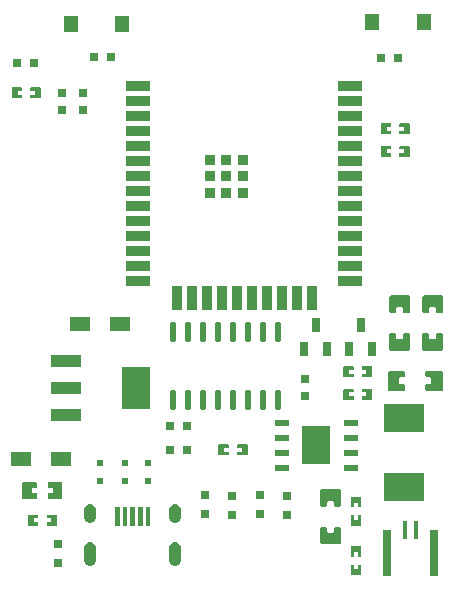
<source format=gtp>
G04*
G04 #@! TF.GenerationSoftware,Altium Limited,Altium Designer,22.11.1 (43)*
G04*
G04 Layer_Color=8421504*
%FSLAX25Y25*%
%MOIN*%
G70*
G04*
G04 #@! TF.SameCoordinates,76B60832-644B-4AE7-BD70-8BB73C9281A9*
G04*
G04*
G04 #@! TF.FilePolarity,Positive*
G04*
G01*
G75*
%ADD20O,0.02205X0.06870*%
%ADD21R,0.09213X0.14173*%
%ADD22R,0.09843X0.04331*%
%ADD23R,0.09449X0.12992*%
%ADD24R,0.04724X0.02362*%
%ADD25R,0.03543X0.03543*%
%ADD26R,0.08268X0.03740*%
%ADD27R,0.03740X0.08268*%
%ADD28R,0.04842X0.05354*%
%ADD29R,0.02756X0.04921*%
%ADD30R,0.03150X0.03150*%
%ADD31R,0.13504X0.09528*%
%ADD32R,0.02362X0.02362*%
%ADD33R,0.03000X0.03000*%
%ADD34R,0.03000X0.03000*%
%ADD35R,0.06919X0.05102*%
%ADD36R,0.03150X0.15748*%
%ADD37R,0.01575X0.06299*%
G36*
X14936Y164575D02*
Y161425D01*
X14739Y161228D01*
X11589D01*
X11392Y161425D01*
Y162378D01*
X12849D01*
Y163677D01*
X11392D01*
Y164575D01*
X11589Y164772D01*
X14739D01*
X14936Y164575D01*
D02*
G37*
G36*
X8636D02*
Y163677D01*
X7140D01*
Y162378D01*
X8636D01*
Y161425D01*
X8440Y161228D01*
X5329D01*
X5133Y161425D01*
Y164575D01*
X5329Y164772D01*
X8440D01*
X8636Y164575D01*
D02*
G37*
G36*
X137935Y152575D02*
Y149425D01*
X137739Y149228D01*
X134628D01*
X134432Y149425D01*
Y150323D01*
X135928D01*
Y151622D01*
X134432D01*
Y152575D01*
X134628Y152772D01*
X137739D01*
X137935Y152575D01*
D02*
G37*
G36*
X131676D02*
Y151622D01*
X130219D01*
Y150323D01*
X131676D01*
Y149425D01*
X131479Y149228D01*
X128329D01*
X128132Y149425D01*
Y152575D01*
X128329Y152772D01*
X131479D01*
X131676Y152575D01*
D02*
G37*
G36*
X137935Y145075D02*
Y141925D01*
X137739Y141728D01*
X134628D01*
X134432Y141925D01*
Y142823D01*
X135928D01*
Y144122D01*
X134432D01*
Y145075D01*
X134628Y145272D01*
X137739D01*
X137935Y145075D01*
D02*
G37*
G36*
X131676D02*
Y144122D01*
X130219D01*
Y142823D01*
X131676D01*
Y141925D01*
X131479Y141728D01*
X128329D01*
X128132Y141925D01*
Y145075D01*
X128329Y145272D01*
X131479D01*
X131676Y145075D01*
D02*
G37*
G36*
X148902Y95069D02*
Y90010D01*
X148508Y89617D01*
X147050D01*
X146657Y90010D01*
Y91211D01*
X146263Y91604D01*
X144737D01*
X144343Y91211D01*
Y90010D01*
X143950Y89617D01*
X142492D01*
X142098Y90010D01*
Y95069D01*
X142492Y95463D01*
X148508D01*
X148902Y95069D01*
D02*
G37*
G36*
X137902D02*
Y90010D01*
X137508Y89617D01*
X136050D01*
X135656Y90010D01*
Y91211D01*
X135263Y91604D01*
X133737D01*
X133344Y91211D01*
Y90010D01*
X132950Y89617D01*
X131492D01*
X131098Y90010D01*
Y95069D01*
X131492Y95463D01*
X137508D01*
X137902Y95069D01*
D02*
G37*
G36*
X148902Y82530D02*
Y77471D01*
X148508Y77077D01*
X142492D01*
X142098Y77471D01*
Y82530D01*
X142492Y82924D01*
X143950D01*
X144343Y82530D01*
Y81329D01*
X144737Y80936D01*
X146263D01*
X146657Y81329D01*
Y82530D01*
X147050Y82924D01*
X148508D01*
X148902Y82530D01*
D02*
G37*
G36*
X137902D02*
Y77471D01*
X137508Y77077D01*
X131492D01*
X131098Y77471D01*
Y82530D01*
X131492Y82924D01*
X132950D01*
X133344Y82530D01*
Y81329D01*
X133737Y80936D01*
X135263D01*
X135656Y81329D01*
Y82530D01*
X136050Y82924D01*
X137508D01*
X137902Y82530D01*
D02*
G37*
G36*
X125435Y71575D02*
Y68425D01*
X125239Y68228D01*
X122128D01*
X121932Y68425D01*
Y69323D01*
X123428D01*
Y70622D01*
X121932D01*
Y71575D01*
X122128Y71772D01*
X125239D01*
X125435Y71575D01*
D02*
G37*
G36*
X119176D02*
Y70622D01*
X117719D01*
Y69323D01*
X119176D01*
Y68425D01*
X118979Y68228D01*
X115829D01*
X115632Y68425D01*
Y71575D01*
X115829Y71772D01*
X118979D01*
X119176Y71575D01*
D02*
G37*
G36*
X148923Y70008D02*
Y63992D01*
X148529Y63598D01*
X143470D01*
X143077Y63992D01*
Y65450D01*
X143470Y65843D01*
X144671D01*
X145064Y66237D01*
Y67763D01*
X144671Y68156D01*
X143470D01*
X143077Y68550D01*
Y70008D01*
X143470Y70402D01*
X148529D01*
X148923Y70008D01*
D02*
G37*
G36*
X136383D02*
Y68550D01*
X135990Y68156D01*
X134789D01*
X134396Y67763D01*
Y66237D01*
X134789Y65843D01*
X135990D01*
X136383Y65450D01*
Y63992D01*
X135990Y63598D01*
X130931D01*
X130537Y63992D01*
Y70008D01*
X130931Y70402D01*
X135990D01*
X136383Y70008D01*
D02*
G37*
G36*
X125436Y64075D02*
Y60925D01*
X125239Y60728D01*
X122089D01*
X121892Y60925D01*
Y61878D01*
X123349D01*
Y63177D01*
X121892D01*
Y64075D01*
X122089Y64272D01*
X125239D01*
X125436Y64075D01*
D02*
G37*
G36*
X119136D02*
Y63177D01*
X117640D01*
Y61878D01*
X119136D01*
Y60925D01*
X118940Y60728D01*
X115829D01*
X115632Y60925D01*
Y64075D01*
X115829Y64272D01*
X118940D01*
X119136Y64075D01*
D02*
G37*
G36*
X83902Y45575D02*
Y42425D01*
X83705Y42228D01*
X80555D01*
X80358Y42425D01*
Y43378D01*
X81815D01*
Y44677D01*
X80358D01*
Y45575D01*
X80555Y45772D01*
X83705D01*
X83902Y45575D01*
D02*
G37*
G36*
X77602D02*
Y44677D01*
X76106D01*
Y43378D01*
X77602D01*
Y42425D01*
X77406Y42228D01*
X74295D01*
X74098Y42425D01*
Y45575D01*
X74295Y45772D01*
X77406D01*
X77602Y45575D01*
D02*
G37*
G36*
X22097Y32941D02*
Y27902D01*
X21900Y27705D01*
X17372D01*
X17175Y27902D01*
X17155Y29516D01*
X18927D01*
Y31287D01*
X17195D01*
X17175Y32941D01*
X17372Y33138D01*
X21900D01*
X22097Y32941D01*
D02*
G37*
G36*
X13632D02*
X13632Y31287D01*
X11880D01*
Y29516D01*
X13612D01*
X13632Y27902D01*
X13435Y27705D01*
X8908D01*
X8711Y27902D01*
Y32941D01*
X8908Y33138D01*
X13435D01*
X13632Y32941D01*
D02*
G37*
G36*
X114902Y30529D02*
Y25470D01*
X114508Y25076D01*
X113050D01*
X112656Y25470D01*
Y26671D01*
X112263Y27064D01*
X110737D01*
X110344Y26671D01*
Y25470D01*
X109950Y25076D01*
X108492D01*
X108098Y25470D01*
Y30529D01*
X108492Y30923D01*
X114508D01*
X114902Y30529D01*
D02*
G37*
G36*
X121772Y28171D02*
Y25060D01*
X121575Y24864D01*
X120677D01*
Y26360D01*
X119378D01*
Y24864D01*
X118425D01*
X118228Y25060D01*
Y28171D01*
X118425Y28367D01*
X121575D01*
X121772Y28171D01*
D02*
G37*
G36*
Y21911D02*
Y18761D01*
X121575Y18564D01*
X118425D01*
X118228Y18761D01*
Y21911D01*
X118425Y22108D01*
X119378D01*
Y20651D01*
X120677D01*
Y22108D01*
X121575D01*
X121772Y21911D01*
D02*
G37*
G36*
X60788Y25641D02*
X61342Y25088D01*
X61642Y24364D01*
Y23972D01*
Y21610D01*
Y21219D01*
X61342Y20495D01*
X60788Y19941D01*
X60065Y19642D01*
X59282D01*
X58558Y19941D01*
X58004Y20495D01*
X57705Y21219D01*
Y21610D01*
Y23972D01*
Y24364D01*
X58004Y25088D01*
X58558Y25641D01*
X59282Y25941D01*
X60065D01*
X60788Y25641D01*
D02*
G37*
G36*
X32442D02*
X32996Y25088D01*
X33295Y24364D01*
Y23972D01*
Y21610D01*
Y21219D01*
X32996Y20495D01*
X32442Y19941D01*
X31718Y19642D01*
X30935D01*
X30212Y19941D01*
X29658Y20495D01*
X29358Y21219D01*
Y21610D01*
Y23972D01*
Y24364D01*
X29658Y25088D01*
X30212Y25641D01*
X30935Y25941D01*
X31718D01*
X32442Y25641D01*
D02*
G37*
G36*
X20368Y22075D02*
Y18925D01*
X20171Y18728D01*
X17060D01*
X16864Y18925D01*
Y19823D01*
X18360D01*
Y21122D01*
X16864D01*
Y22075D01*
X17060Y22272D01*
X20171D01*
X20368Y22075D01*
D02*
G37*
G36*
X14108D02*
Y21122D01*
X12651D01*
Y19823D01*
X14108D01*
Y18925D01*
X13911Y18728D01*
X10761D01*
X10564Y18925D01*
Y22075D01*
X10761Y22272D01*
X13911D01*
X14108Y22075D01*
D02*
G37*
G36*
X51405Y18498D02*
X49831D01*
Y24798D01*
X51405D01*
Y18498D01*
D02*
G37*
G36*
X48846D02*
X47272D01*
Y24798D01*
X48846D01*
Y18498D01*
D02*
G37*
G36*
X46287D02*
X44713D01*
Y24798D01*
X46287D01*
Y18498D01*
D02*
G37*
G36*
X43728D02*
X42153D01*
Y24798D01*
X43728D01*
Y18498D01*
D02*
G37*
G36*
X41169D02*
X39594D01*
Y24798D01*
X41169D01*
Y18498D01*
D02*
G37*
G36*
X114902Y17990D02*
Y12931D01*
X114508Y12537D01*
X108492D01*
X108098Y12931D01*
Y17990D01*
X108492Y18383D01*
X109950D01*
X110344Y17990D01*
Y16789D01*
X110737Y16396D01*
X112263D01*
X112656Y16789D01*
Y17990D01*
X113050Y18383D01*
X114508D01*
X114902Y17990D01*
D02*
G37*
G36*
X121772Y11739D02*
Y8589D01*
X121575Y8392D01*
X120622D01*
Y9849D01*
X119323D01*
Y8392D01*
X118425D01*
X118228Y8589D01*
Y11739D01*
X118425Y11936D01*
X121575D01*
X121772Y11739D01*
D02*
G37*
G36*
X60788Y12846D02*
X61342Y12292D01*
X61642Y11569D01*
Y11177D01*
Y7240D01*
Y6849D01*
X61342Y6125D01*
X60788Y5571D01*
X60065Y5272D01*
X59282D01*
X58558Y5571D01*
X58004Y6125D01*
X57705Y6849D01*
Y7240D01*
Y11177D01*
Y11569D01*
X58004Y12292D01*
X58558Y12846D01*
X59282Y13146D01*
X60065D01*
X60788Y12846D01*
D02*
G37*
G36*
X32442D02*
X32996Y12292D01*
X33295Y11569D01*
Y11177D01*
Y7240D01*
Y6849D01*
X32996Y6125D01*
X32442Y5571D01*
X31718Y5272D01*
X30935D01*
X30212Y5571D01*
X29658Y6125D01*
X29358Y6849D01*
Y7240D01*
Y11177D01*
Y11569D01*
X29658Y12292D01*
X30212Y12846D01*
X30935Y13146D01*
X31718D01*
X32442Y12846D01*
D02*
G37*
G36*
X121772Y5440D02*
Y2329D01*
X121575Y2132D01*
X118425D01*
X118228Y2329D01*
Y5440D01*
X118425Y5636D01*
X119323D01*
Y4140D01*
X120622D01*
Y5636D01*
X121575D01*
X121772Y5440D01*
D02*
G37*
D20*
X94000Y83309D02*
D03*
X89000D02*
D03*
X84000D02*
D03*
X79000D02*
D03*
X74000D02*
D03*
X69000D02*
D03*
X64000D02*
D03*
X59000D02*
D03*
X94000Y60691D02*
D03*
X89000D02*
D03*
X84000D02*
D03*
X79000D02*
D03*
X74000D02*
D03*
X69000D02*
D03*
X64000D02*
D03*
X59000D02*
D03*
D21*
X46693Y64500D02*
D03*
D22*
X23307Y55445D02*
D03*
Y64500D02*
D03*
Y73555D02*
D03*
D23*
X106725Y45500D02*
D03*
D24*
X118175Y53000D02*
D03*
Y48000D02*
D03*
Y43000D02*
D03*
Y38000D02*
D03*
X95275D02*
D03*
Y43000D02*
D03*
Y48000D02*
D03*
Y53000D02*
D03*
D25*
X82284Y129612D02*
D03*
X76772D02*
D03*
X71260D02*
D03*
Y140636D02*
D03*
X76772D02*
D03*
X82284D02*
D03*
Y135124D02*
D03*
X71260D02*
D03*
X76771D02*
D03*
D26*
X118111Y165364D02*
D03*
Y160364D02*
D03*
Y155364D02*
D03*
Y150364D02*
D03*
Y145364D02*
D03*
Y140364D02*
D03*
Y135364D02*
D03*
Y130364D02*
D03*
Y125364D02*
D03*
Y120364D02*
D03*
Y115364D02*
D03*
Y110364D02*
D03*
Y105364D02*
D03*
Y100364D02*
D03*
X47244D02*
D03*
Y105364D02*
D03*
Y110364D02*
D03*
Y115364D02*
D03*
Y120364D02*
D03*
Y125364D02*
D03*
Y130364D02*
D03*
Y135364D02*
D03*
Y140364D02*
D03*
Y145364D02*
D03*
Y150364D02*
D03*
Y155364D02*
D03*
Y160364D02*
D03*
Y165364D02*
D03*
D27*
X105178Y94478D02*
D03*
X100178D02*
D03*
X95178D02*
D03*
X90178D02*
D03*
X85178D02*
D03*
X80178D02*
D03*
X75178D02*
D03*
X70178D02*
D03*
X65178D02*
D03*
X60178D02*
D03*
D28*
X125398Y186500D02*
D03*
X142602D02*
D03*
X42102Y186000D02*
D03*
X24898D02*
D03*
D29*
X102760Y77563D02*
D03*
X110240D02*
D03*
X106500Y85437D02*
D03*
X117760Y77563D02*
D03*
X125240D02*
D03*
X121500Y85437D02*
D03*
D30*
X20500Y12500D02*
D03*
X20527Y6205D02*
D03*
X97027Y22315D02*
D03*
X97000Y28610D02*
D03*
X87862Y29000D02*
D03*
X87888Y22705D02*
D03*
X78666Y22315D02*
D03*
X78638Y28610D02*
D03*
X69500Y29000D02*
D03*
X69527Y22705D02*
D03*
D31*
X136000Y54528D02*
D03*
Y31500D02*
D03*
D32*
X50500Y33547D02*
D03*
Y39452D02*
D03*
X43000Y33547D02*
D03*
Y39452D02*
D03*
X34500Y33547D02*
D03*
Y39452D02*
D03*
D33*
X134000Y174500D02*
D03*
X128400D02*
D03*
X32700Y175000D02*
D03*
X38300D02*
D03*
X63500Y44000D02*
D03*
X57900D02*
D03*
X63500Y52000D02*
D03*
X57900D02*
D03*
X12500Y173000D02*
D03*
X6900D02*
D03*
D34*
X103000Y67600D02*
D03*
Y62000D02*
D03*
X29000Y163000D02*
D03*
Y157400D02*
D03*
X22000Y162900D02*
D03*
Y157300D02*
D03*
D35*
X41139Y86000D02*
D03*
X27861D02*
D03*
X8361Y41000D02*
D03*
X21639D02*
D03*
D36*
X146000Y9500D02*
D03*
X130252D02*
D03*
D37*
X140102Y17368D02*
D03*
X136166D02*
D03*
M02*

</source>
